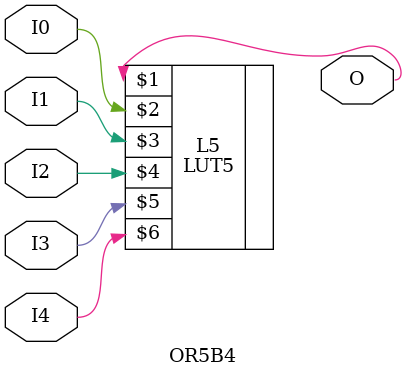
<source format=v>


`timescale  1 ps / 1 ps


module OR5B4 (O, I0, I1, I2, I3, I4);

    output O;

    input  I0, I1, I2, I3, I4;

    LUT5 #(.INIT(32'hFFFF7FFF)) L5 (O, I0, I1, I2, I3, I4);

endmodule

</source>
